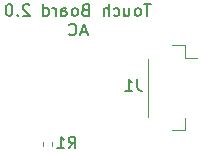
<source format=gbo>
G04 #@! TF.GenerationSoftware,KiCad,Pcbnew,5.1.10-88a1d61d58~90~ubuntu20.04.1*
G04 #@! TF.CreationDate,2021-09-13T06:15:53-04:00*
G04 #@! TF.ProjectId,SpaceCenter_TouchBoard_KiCAD,53706163-6543-4656-9e74-65725f546f75,rev?*
G04 #@! TF.SameCoordinates,Original*
G04 #@! TF.FileFunction,Legend,Bot*
G04 #@! TF.FilePolarity,Positive*
%FSLAX46Y46*%
G04 Gerber Fmt 4.6, Leading zero omitted, Abs format (unit mm)*
G04 Created by KiCad (PCBNEW 5.1.10-88a1d61d58~90~ubuntu20.04.1) date 2021-09-13 06:15:53*
%MOMM*%
%LPD*%
G01*
G04 APERTURE LIST*
%ADD10C,0.150000*%
%ADD11C,0.120000*%
G04 APERTURE END LIST*
D10*
X140937476Y-89495880D02*
X140366047Y-89495880D01*
X140651761Y-90495880D02*
X140651761Y-89495880D01*
X139889857Y-90495880D02*
X139985095Y-90448261D01*
X140032714Y-90400642D01*
X140080333Y-90305404D01*
X140080333Y-90019690D01*
X140032714Y-89924452D01*
X139985095Y-89876833D01*
X139889857Y-89829214D01*
X139747000Y-89829214D01*
X139651761Y-89876833D01*
X139604142Y-89924452D01*
X139556523Y-90019690D01*
X139556523Y-90305404D01*
X139604142Y-90400642D01*
X139651761Y-90448261D01*
X139747000Y-90495880D01*
X139889857Y-90495880D01*
X138699380Y-89829214D02*
X138699380Y-90495880D01*
X139127952Y-89829214D02*
X139127952Y-90353023D01*
X139080333Y-90448261D01*
X138985095Y-90495880D01*
X138842238Y-90495880D01*
X138747000Y-90448261D01*
X138699380Y-90400642D01*
X137794619Y-90448261D02*
X137889857Y-90495880D01*
X138080333Y-90495880D01*
X138175571Y-90448261D01*
X138223190Y-90400642D01*
X138270809Y-90305404D01*
X138270809Y-90019690D01*
X138223190Y-89924452D01*
X138175571Y-89876833D01*
X138080333Y-89829214D01*
X137889857Y-89829214D01*
X137794619Y-89876833D01*
X137366047Y-90495880D02*
X137366047Y-89495880D01*
X136937476Y-90495880D02*
X136937476Y-89972071D01*
X136985095Y-89876833D01*
X137080333Y-89829214D01*
X137223190Y-89829214D01*
X137318428Y-89876833D01*
X137366047Y-89924452D01*
X135366047Y-89972071D02*
X135223190Y-90019690D01*
X135175571Y-90067309D01*
X135127952Y-90162547D01*
X135127952Y-90305404D01*
X135175571Y-90400642D01*
X135223190Y-90448261D01*
X135318428Y-90495880D01*
X135699380Y-90495880D01*
X135699380Y-89495880D01*
X135366047Y-89495880D01*
X135270809Y-89543500D01*
X135223190Y-89591119D01*
X135175571Y-89686357D01*
X135175571Y-89781595D01*
X135223190Y-89876833D01*
X135270809Y-89924452D01*
X135366047Y-89972071D01*
X135699380Y-89972071D01*
X134556523Y-90495880D02*
X134651761Y-90448261D01*
X134699380Y-90400642D01*
X134747000Y-90305404D01*
X134747000Y-90019690D01*
X134699380Y-89924452D01*
X134651761Y-89876833D01*
X134556523Y-89829214D01*
X134413666Y-89829214D01*
X134318428Y-89876833D01*
X134270809Y-89924452D01*
X134223190Y-90019690D01*
X134223190Y-90305404D01*
X134270809Y-90400642D01*
X134318428Y-90448261D01*
X134413666Y-90495880D01*
X134556523Y-90495880D01*
X133366047Y-90495880D02*
X133366047Y-89972071D01*
X133413666Y-89876833D01*
X133508904Y-89829214D01*
X133699380Y-89829214D01*
X133794619Y-89876833D01*
X133366047Y-90448261D02*
X133461285Y-90495880D01*
X133699380Y-90495880D01*
X133794619Y-90448261D01*
X133842238Y-90353023D01*
X133842238Y-90257785D01*
X133794619Y-90162547D01*
X133699380Y-90114928D01*
X133461285Y-90114928D01*
X133366047Y-90067309D01*
X132889857Y-90495880D02*
X132889857Y-89829214D01*
X132889857Y-90019690D02*
X132842238Y-89924452D01*
X132794619Y-89876833D01*
X132699380Y-89829214D01*
X132604142Y-89829214D01*
X131842238Y-90495880D02*
X131842238Y-89495880D01*
X131842238Y-90448261D02*
X131937476Y-90495880D01*
X132127952Y-90495880D01*
X132223190Y-90448261D01*
X132270809Y-90400642D01*
X132318428Y-90305404D01*
X132318428Y-90019690D01*
X132270809Y-89924452D01*
X132223190Y-89876833D01*
X132127952Y-89829214D01*
X131937476Y-89829214D01*
X131842238Y-89876833D01*
X130651761Y-89591119D02*
X130604142Y-89543500D01*
X130508904Y-89495880D01*
X130270809Y-89495880D01*
X130175571Y-89543500D01*
X130127952Y-89591119D01*
X130080333Y-89686357D01*
X130080333Y-89781595D01*
X130127952Y-89924452D01*
X130699380Y-90495880D01*
X130080333Y-90495880D01*
X129651761Y-90400642D02*
X129604142Y-90448261D01*
X129651761Y-90495880D01*
X129699380Y-90448261D01*
X129651761Y-90400642D01*
X129651761Y-90495880D01*
X128985095Y-89495880D02*
X128889857Y-89495880D01*
X128794619Y-89543500D01*
X128747000Y-89591119D01*
X128699380Y-89686357D01*
X128651761Y-89876833D01*
X128651761Y-90114928D01*
X128699380Y-90305404D01*
X128747000Y-90400642D01*
X128794619Y-90448261D01*
X128889857Y-90495880D01*
X128985095Y-90495880D01*
X129080333Y-90448261D01*
X129127952Y-90400642D01*
X129175571Y-90305404D01*
X129223190Y-90114928D01*
X129223190Y-89876833D01*
X129175571Y-89686357D01*
X129127952Y-89591119D01*
X129080333Y-89543500D01*
X128985095Y-89495880D01*
X135485095Y-91860166D02*
X135008904Y-91860166D01*
X135580333Y-92145880D02*
X135247000Y-91145880D01*
X134913666Y-92145880D01*
X134008904Y-92050642D02*
X134056523Y-92098261D01*
X134199380Y-92145880D01*
X134294619Y-92145880D01*
X134437476Y-92098261D01*
X134532714Y-92003023D01*
X134580333Y-91907785D01*
X134627952Y-91717309D01*
X134627952Y-91574452D01*
X134580333Y-91383976D01*
X134532714Y-91288738D01*
X134437476Y-91193500D01*
X134294619Y-91145880D01*
X134199380Y-91145880D01*
X134056523Y-91193500D01*
X134008904Y-91241119D01*
D11*
X140738000Y-94143500D02*
X140738000Y-99023500D01*
X143858000Y-100193500D02*
X143858000Y-99143500D01*
X142708000Y-100193500D02*
X143858000Y-100193500D01*
X143858000Y-94023500D02*
X144848000Y-94023500D01*
X143858000Y-92973500D02*
X143858000Y-94023500D01*
X142708000Y-92973500D02*
X143858000Y-92973500D01*
X131827000Y-101474921D02*
X131827000Y-101139679D01*
X132587000Y-101474921D02*
X132587000Y-101139679D01*
D10*
X139781333Y-95845380D02*
X139781333Y-96559666D01*
X139828952Y-96702523D01*
X139924190Y-96797761D01*
X140067047Y-96845380D01*
X140162285Y-96845380D01*
X138781333Y-96845380D02*
X139352761Y-96845380D01*
X139067047Y-96845380D02*
X139067047Y-95845380D01*
X139162285Y-95988238D01*
X139257523Y-96083476D01*
X139352761Y-96131095D01*
X133973866Y-101722180D02*
X134307200Y-101245990D01*
X134545295Y-101722180D02*
X134545295Y-100722180D01*
X134164342Y-100722180D01*
X134069104Y-100769800D01*
X134021485Y-100817419D01*
X133973866Y-100912657D01*
X133973866Y-101055514D01*
X134021485Y-101150752D01*
X134069104Y-101198371D01*
X134164342Y-101245990D01*
X134545295Y-101245990D01*
X133021485Y-101722180D02*
X133592914Y-101722180D01*
X133307200Y-101722180D02*
X133307200Y-100722180D01*
X133402438Y-100865038D01*
X133497676Y-100960276D01*
X133592914Y-101007895D01*
M02*

</source>
